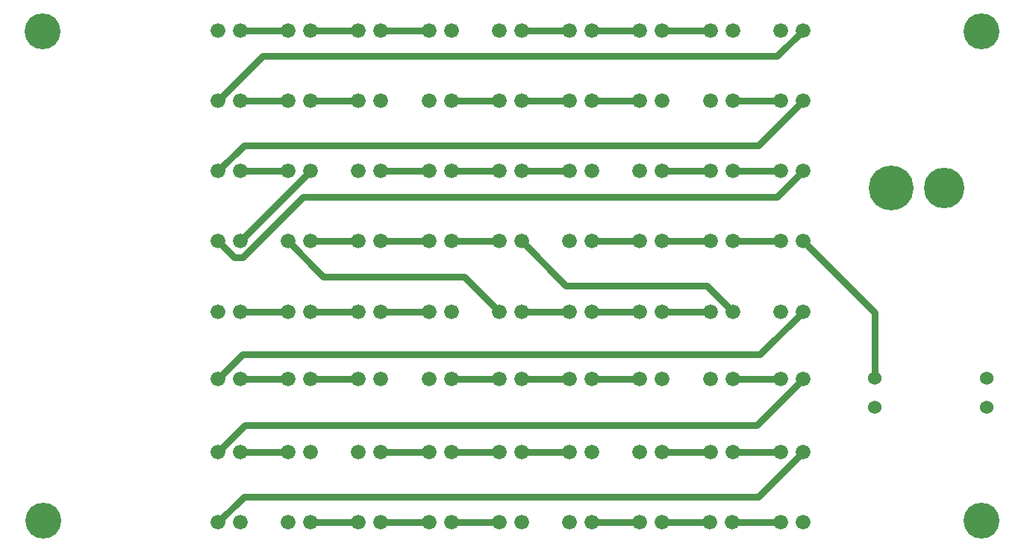
<source format=gtl>
G04 (created by PCBNEW-RS274X (2011-05-25)-stable) date Tue 26 Jun 2012 11:05:58 AM PDT*
G01*
G70*
G90*
%MOIN*%
G04 Gerber Fmt 3.4, Leading zero omitted, Abs format*
%FSLAX34Y34*%
G04 APERTURE LIST*
%ADD10C,0.006000*%
%ADD11C,0.060000*%
%ADD12C,0.200000*%
%ADD13C,0.181100*%
%ADD14C,0.160000*%
%ADD15C,0.066000*%
%ADD16C,0.030000*%
G04 APERTURE END LIST*
G54D10*
G54D11*
X62832Y-52348D03*
X67832Y-52348D03*
X62812Y-51048D03*
X67812Y-51048D03*
G54D12*
X63551Y-42545D03*
G54D13*
X65913Y-42545D03*
G54D14*
X25683Y-57437D03*
X67598Y-35544D03*
X67577Y-57437D03*
X25642Y-35544D03*
G54D15*
X33488Y-41797D03*
X34488Y-41797D03*
X36629Y-35515D03*
X37629Y-35515D03*
X39769Y-35515D03*
X40769Y-35515D03*
X42910Y-35515D03*
X43910Y-35515D03*
X46050Y-35515D03*
X47050Y-35515D03*
X49191Y-35515D03*
X50191Y-35515D03*
X52331Y-35515D03*
X53331Y-35515D03*
X55472Y-35515D03*
X56472Y-35515D03*
X58612Y-35515D03*
X59612Y-35515D03*
X33488Y-38656D03*
X34488Y-38656D03*
X36629Y-38656D03*
X37629Y-38656D03*
X39769Y-38656D03*
X40769Y-38656D03*
X42910Y-38656D03*
X43910Y-38656D03*
X46050Y-38656D03*
X47050Y-38656D03*
X49191Y-38656D03*
X50191Y-38656D03*
X52331Y-38656D03*
X53331Y-38656D03*
X55472Y-38656D03*
X56472Y-38656D03*
X58612Y-38656D03*
X59612Y-38656D03*
X52331Y-41797D03*
X53331Y-41797D03*
X49191Y-41797D03*
X50191Y-41797D03*
X46050Y-41797D03*
X47050Y-41797D03*
X42910Y-41797D03*
X43910Y-41797D03*
X39769Y-41797D03*
X40769Y-41797D03*
X36629Y-41797D03*
X37629Y-41797D03*
X58612Y-41797D03*
X59612Y-41797D03*
X55472Y-41797D03*
X56472Y-41797D03*
X33488Y-44938D03*
X34488Y-44938D03*
X55472Y-44938D03*
X56472Y-44938D03*
X52331Y-44938D03*
X53331Y-44938D03*
X49191Y-44938D03*
X50191Y-44938D03*
X46050Y-44938D03*
X47050Y-44938D03*
X42910Y-44938D03*
X43910Y-44938D03*
X39769Y-44938D03*
X40769Y-44938D03*
X36629Y-44938D03*
X37629Y-44938D03*
X58612Y-44938D03*
X59612Y-44938D03*
X33488Y-57500D03*
X34488Y-57500D03*
X33488Y-54360D03*
X34488Y-54360D03*
X33488Y-51101D03*
X34488Y-51101D03*
X33488Y-48079D03*
X34488Y-48079D03*
X58612Y-48079D03*
X59612Y-48079D03*
X55472Y-48079D03*
X56472Y-48079D03*
X52331Y-48079D03*
X53331Y-48079D03*
X49191Y-48079D03*
X50191Y-48079D03*
X42910Y-48079D03*
X43910Y-48079D03*
X46050Y-48079D03*
X47050Y-48079D03*
X39769Y-48079D03*
X40769Y-48079D03*
X36629Y-48079D03*
X37629Y-48079D03*
X36629Y-51101D03*
X37629Y-51101D03*
X58612Y-51101D03*
X59612Y-51101D03*
X55472Y-51101D03*
X56472Y-51101D03*
X52331Y-51101D03*
X53331Y-51101D03*
X49191Y-51101D03*
X50191Y-51101D03*
X46050Y-51101D03*
X47050Y-51101D03*
X42910Y-51101D03*
X43910Y-51101D03*
X39769Y-51101D03*
X40769Y-51101D03*
X36629Y-54360D03*
X37629Y-54360D03*
X58612Y-54360D03*
X59612Y-54360D03*
X55472Y-54360D03*
X56472Y-54360D03*
X52331Y-54360D03*
X53331Y-54360D03*
X49191Y-54360D03*
X50191Y-54360D03*
X46050Y-54360D03*
X47050Y-54360D03*
X42910Y-54360D03*
X43910Y-54360D03*
X39769Y-54360D03*
X40769Y-54360D03*
X39769Y-57500D03*
X40769Y-57500D03*
X36629Y-57500D03*
X37629Y-57500D03*
X58612Y-57500D03*
X59612Y-57500D03*
X55463Y-57500D03*
X56463Y-57500D03*
X52331Y-57500D03*
X53331Y-57500D03*
X49191Y-57500D03*
X50191Y-57500D03*
X46050Y-57500D03*
X47050Y-57500D03*
X42910Y-57500D03*
X43910Y-57500D03*
X33488Y-35515D03*
X34488Y-35515D03*
G54D16*
X36629Y-54360D02*
X34488Y-54360D01*
X47050Y-54360D02*
X49191Y-54360D01*
X34642Y-56346D02*
X33488Y-57500D01*
X57626Y-56346D02*
X34642Y-56346D01*
X59612Y-54360D02*
X57626Y-56346D01*
X56472Y-54360D02*
X58612Y-54360D01*
X53331Y-54360D02*
X55472Y-54360D01*
X56472Y-51101D02*
X58612Y-51101D01*
X34702Y-53146D02*
X33488Y-54360D01*
X57567Y-53146D02*
X34702Y-53146D01*
X59612Y-51101D02*
X57567Y-53146D01*
X50191Y-51101D02*
X52331Y-51101D01*
X47050Y-51101D02*
X49191Y-51101D01*
X43910Y-51101D02*
X46050Y-51101D01*
X58612Y-38656D02*
X56472Y-38656D01*
X34643Y-40642D02*
X33488Y-41797D01*
X57626Y-40642D02*
X34643Y-40642D01*
X59612Y-38656D02*
X57626Y-40642D01*
X39769Y-51101D02*
X37629Y-51101D01*
X40769Y-48079D02*
X42910Y-48079D01*
X37629Y-48079D02*
X39769Y-48079D01*
X36629Y-48079D02*
X34488Y-48079D01*
X34583Y-50006D02*
X33488Y-51101D01*
X57685Y-50006D02*
X34583Y-50006D01*
X59612Y-48079D02*
X57685Y-50006D01*
X36629Y-51101D02*
X34488Y-51101D01*
X53331Y-48079D02*
X55472Y-48079D01*
X50191Y-48079D02*
X52331Y-48079D01*
X47050Y-48079D02*
X49191Y-48079D01*
X40769Y-54360D02*
X42910Y-54360D01*
X43910Y-54360D02*
X46050Y-54360D01*
X52331Y-35515D02*
X50191Y-35515D01*
X36629Y-38656D02*
X34488Y-38656D01*
X39769Y-38656D02*
X37629Y-38656D01*
X52331Y-38656D02*
X50191Y-38656D01*
X49191Y-38656D02*
X47050Y-38656D01*
X46050Y-38656D02*
X43910Y-38656D01*
X49191Y-35515D02*
X47050Y-35515D01*
X55472Y-35515D02*
X53331Y-35515D01*
X42910Y-35515D02*
X40769Y-35515D01*
X39769Y-35515D02*
X37629Y-35515D01*
X34488Y-35515D02*
X36629Y-35515D01*
X40769Y-44938D02*
X42910Y-44938D01*
X36629Y-41797D02*
X34488Y-41797D01*
X47050Y-41797D02*
X49191Y-41797D01*
X43910Y-41797D02*
X46050Y-41797D01*
X40769Y-41797D02*
X42910Y-41797D01*
X37629Y-44938D02*
X39769Y-44938D01*
X58612Y-44938D02*
X56472Y-44938D01*
X43910Y-44938D02*
X46050Y-44938D01*
X58457Y-42952D02*
X59612Y-41797D01*
X37301Y-42952D02*
X58457Y-42952D01*
X34583Y-45670D02*
X37301Y-42952D01*
X34220Y-45670D02*
X34583Y-45670D01*
X33488Y-44938D02*
X34220Y-45670D01*
X56472Y-41797D02*
X58612Y-41797D01*
X55472Y-41797D02*
X53331Y-41797D01*
X58457Y-36670D02*
X59612Y-35515D01*
X35474Y-36670D02*
X58457Y-36670D01*
X33488Y-38656D02*
X35474Y-36670D01*
X37629Y-57500D02*
X39769Y-57500D01*
X34488Y-44938D02*
X37629Y-41797D01*
X55317Y-46924D02*
X56472Y-48079D01*
X49036Y-46924D02*
X55317Y-46924D01*
X47050Y-44938D02*
X49036Y-46924D01*
X62812Y-48138D02*
X62812Y-51048D01*
X59612Y-44938D02*
X62812Y-48138D01*
X43910Y-57500D02*
X46050Y-57500D01*
X42910Y-57500D02*
X40769Y-57500D01*
X56463Y-57500D02*
X58612Y-57500D01*
X53331Y-57500D02*
X55463Y-57500D01*
X50191Y-57500D02*
X52331Y-57500D01*
X50191Y-44938D02*
X52331Y-44938D01*
X53331Y-44938D02*
X55472Y-44938D01*
X44479Y-46508D02*
X46050Y-48079D01*
X38199Y-46508D02*
X44479Y-46508D01*
X36629Y-44938D02*
X38199Y-46508D01*
M02*

</source>
